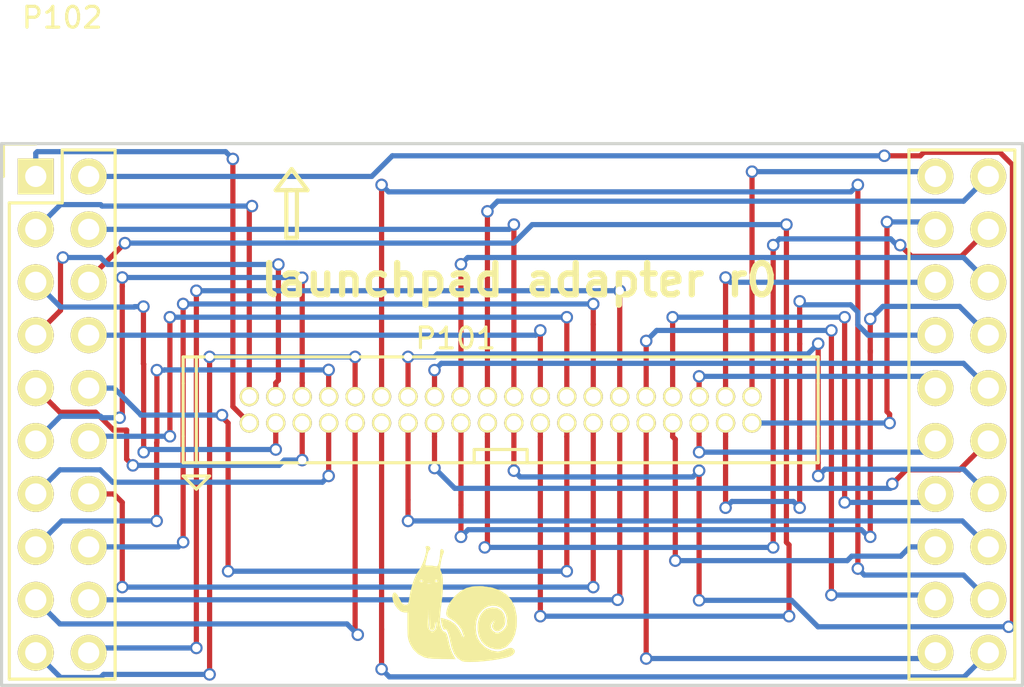
<source format=kicad_pcb>
(kicad_pcb (version 4) (host pcbnew 4.0.2-stable)

  (general
    (links 40)
    (no_connects 0)
    (area 123.846099 84.8586 173.109002 118.245002)
    (thickness 1.6)
    (drawings 13)
    (tracks 392)
    (zones 0)
    (modules 3)
    (nets 41)
  )

  (page A4)
  (layers
    (0 F.Cu signal)
    (31 B.Cu signal)
    (32 B.Adhes user)
    (33 F.Adhes user)
    (34 B.Paste user)
    (35 F.Paste user)
    (36 B.SilkS user)
    (37 F.SilkS user)
    (38 B.Mask user)
    (39 F.Mask user)
    (40 Dwgs.User user)
    (41 Cmts.User user)
    (42 Eco1.User user)
    (43 Eco2.User user)
    (44 Edge.Cuts user)
    (45 Margin user)
    (46 B.CrtYd user)
    (47 F.CrtYd user)
    (48 B.Fab user)
    (49 F.Fab user)
  )

  (setup
    (last_trace_width 0.25)
    (trace_clearance 0.17)
    (zone_clearance 0.508)
    (zone_45_only no)
    (trace_min 0.2)
    (segment_width 0.2)
    (edge_width 0.15)
    (via_size 0.6)
    (via_drill 0.4)
    (via_min_size 0.4)
    (via_min_drill 0.3)
    (uvia_size 0.3)
    (uvia_drill 0.1)
    (uvias_allowed no)
    (uvia_min_size 0.2)
    (uvia_min_drill 0.1)
    (pcb_text_width 0.3)
    (pcb_text_size 1.5 1.5)
    (mod_edge_width 0.15)
    (mod_text_size 1 1)
    (mod_text_width 0)
    (pad_size 1.524 1.524)
    (pad_drill 0.762)
    (pad_to_mask_clearance 0.2)
    (aux_axis_origin 0 0)
    (visible_elements FFFFFF7F)
    (pcbplotparams
      (layerselection 0x010f0_80000001)
      (usegerberextensions true)
      (excludeedgelayer true)
      (linewidth 0.100000)
      (plotframeref false)
      (viasonmask false)
      (mode 1)
      (useauxorigin false)
      (hpglpennumber 1)
      (hpglpenspeed 20)
      (hpglpendiameter 15)
      (hpglpenoverlay 2)
      (psnegative false)
      (psa4output false)
      (plotreference true)
      (plotvalue true)
      (plotinvisibletext false)
      (padsonsilk false)
      (subtractmaskfromsilk false)
      (outputformat 1)
      (mirror false)
      (drillshape 0)
      (scaleselection 1)
      (outputdirectory gerbs/))
  )

  (net 0 "")
  (net 1 "Net-(P101-Pad1)")
  (net 2 "Net-(P101-Pad2)")
  (net 3 "Net-(P101-Pad3)")
  (net 4 "Net-(P101-Pad4)")
  (net 5 "Net-(P101-Pad5)")
  (net 6 "Net-(P101-Pad6)")
  (net 7 "Net-(P101-Pad7)")
  (net 8 "Net-(P101-Pad8)")
  (net 9 "Net-(P101-Pad9)")
  (net 10 "Net-(P101-Pad10)")
  (net 11 "Net-(P101-Pad11)")
  (net 12 "Net-(P101-Pad12)")
  (net 13 "Net-(P101-Pad13)")
  (net 14 "Net-(P101-Pad14)")
  (net 15 "Net-(P101-Pad15)")
  (net 16 "Net-(P101-Pad16)")
  (net 17 "Net-(P101-Pad17)")
  (net 18 "Net-(P101-Pad18)")
  (net 19 "Net-(P101-Pad19)")
  (net 20 "Net-(P101-Pad20)")
  (net 21 "Net-(P101-Pad21)")
  (net 22 "Net-(P101-Pad22)")
  (net 23 "Net-(P101-Pad23)")
  (net 24 "Net-(P101-Pad24)")
  (net 25 "Net-(P101-Pad25)")
  (net 26 "Net-(P101-Pad26)")
  (net 27 "Net-(P101-Pad27)")
  (net 28 "Net-(P101-Pad28)")
  (net 29 "Net-(P101-Pad29)")
  (net 30 "Net-(P101-Pad30)")
  (net 31 "Net-(P101-Pad31)")
  (net 32 "Net-(P101-Pad32)")
  (net 33 "Net-(P101-Pad33)")
  (net 34 "Net-(P101-Pad34)")
  (net 35 "Net-(P101-Pad35)")
  (net 36 "Net-(P101-Pad36)")
  (net 37 "Net-(P101-Pad37)")
  (net 38 "Net-(P101-Pad38)")
  (net 39 "Net-(P101-Pad39)")
  (net 40 "Net-(P101-Pad40)")

  (net_class Default "This is the default net class."
    (clearance 0.17)
    (trace_width 0.25)
    (via_dia 0.6)
    (via_drill 0.4)
    (uvia_dia 0.3)
    (uvia_drill 0.1)
    (add_net "Net-(P101-Pad1)")
    (add_net "Net-(P101-Pad10)")
    (add_net "Net-(P101-Pad11)")
    (add_net "Net-(P101-Pad12)")
    (add_net "Net-(P101-Pad13)")
    (add_net "Net-(P101-Pad14)")
    (add_net "Net-(P101-Pad15)")
    (add_net "Net-(P101-Pad16)")
    (add_net "Net-(P101-Pad17)")
    (add_net "Net-(P101-Pad18)")
    (add_net "Net-(P101-Pad19)")
    (add_net "Net-(P101-Pad2)")
    (add_net "Net-(P101-Pad20)")
    (add_net "Net-(P101-Pad21)")
    (add_net "Net-(P101-Pad22)")
    (add_net "Net-(P101-Pad23)")
    (add_net "Net-(P101-Pad24)")
    (add_net "Net-(P101-Pad25)")
    (add_net "Net-(P101-Pad26)")
    (add_net "Net-(P101-Pad27)")
    (add_net "Net-(P101-Pad28)")
    (add_net "Net-(P101-Pad29)")
    (add_net "Net-(P101-Pad3)")
    (add_net "Net-(P101-Pad30)")
    (add_net "Net-(P101-Pad31)")
    (add_net "Net-(P101-Pad32)")
    (add_net "Net-(P101-Pad33)")
    (add_net "Net-(P101-Pad34)")
    (add_net "Net-(P101-Pad35)")
    (add_net "Net-(P101-Pad36)")
    (add_net "Net-(P101-Pad37)")
    (add_net "Net-(P101-Pad38)")
    (add_net "Net-(P101-Pad39)")
    (add_net "Net-(P101-Pad4)")
    (add_net "Net-(P101-Pad40)")
    (add_net "Net-(P101-Pad5)")
    (add_net "Net-(P101-Pad6)")
    (add_net "Net-(P101-Pad7)")
    (add_net "Net-(P101-Pad8)")
    (add_net "Net-(P101-Pad9)")
  )

  (module vna_footprints:3221-40-0100-00_conn40 (layer F.Cu) (tedit 5735914B) (tstamp 573E9C69)
    (at 147.955 104.775)
    (path /573E9CB3)
    (fp_text reference P101 (at -2.159 -3.429) (layer F.SilkS)
      (effects (font (size 1 1) (thickness 0.15)))
    )
    (fp_text value CONN_01X40 (at 1.27 -6.35) (layer F.Fab)
      (effects (font (size 1 1) (thickness 0.15)))
    )
    (fp_line (start -14.605 -2.54) (end -14.605 2.54) (layer F.SilkS) (width 0.15))
    (fp_line (start -14.605 3.81) (end -13.97 3.175) (layer F.SilkS) (width 0.15))
    (fp_line (start -15.24 3.175) (end -14.605 3.81) (layer F.SilkS) (width 0.15))
    (fp_line (start 1.27 1.905) (end 1.27 2.54) (layer F.SilkS) (width 0.15))
    (fp_line (start -1.27 1.905) (end 1.27 1.905) (layer F.SilkS) (width 0.15))
    (fp_line (start -1.27 1.905) (end -1.27 2.54) (layer F.SilkS) (width 0.15))
    (fp_line (start -15.24 3.175) (end -13.97 3.175) (layer F.SilkS) (width 0.15))
    (fp_line (start 15.24 2.54) (end -15.24 2.54) (layer F.SilkS) (width 0.15))
    (fp_line (start 15.24 1.27) (end 15.24 2.54) (layer F.SilkS) (width 0.15))
    (fp_line (start -15.24 1.27) (end -15.24 2.54) (layer F.SilkS) (width 0.15))
    (fp_line (start -15.24 -2.54) (end -15.24 -1.27) (layer F.SilkS) (width 0.15))
    (fp_line (start 15.24 -2.54) (end -15.24 -2.54) (layer F.SilkS) (width 0.15))
    (fp_line (start 15.24 -1.27) (end 15.24 -2.54) (layer F.SilkS) (width 0.15))
    (fp_line (start 15.24 -1.27) (end 15.24 1.27) (layer F.SilkS) (width 0.15))
    (fp_line (start -15.24 -1.27) (end -15.24 1.27) (layer F.SilkS) (width 0.15))
    (pad 1 thru_hole circle (at -12.065 0.635) (size 0.925 0.925) (drill 0.7) (layers *.Cu *.Mask F.SilkS)
      (net 1 "Net-(P101-Pad1)"))
    (pad 2 thru_hole circle (at -12.065 -0.635) (size 0.925 0.925) (drill 0.7) (layers *.Cu *.Mask F.SilkS)
      (net 2 "Net-(P101-Pad2)"))
    (pad 3 thru_hole circle (at -10.795 0.635) (size 0.925 0.925) (drill 0.7) (layers *.Cu *.Mask F.SilkS)
      (net 3 "Net-(P101-Pad3)"))
    (pad 4 thru_hole circle (at -10.795 -0.635) (size 0.925 0.925) (drill 0.7) (layers *.Cu *.Mask F.SilkS)
      (net 4 "Net-(P101-Pad4)"))
    (pad 5 thru_hole circle (at -9.525 0.635) (size 0.925 0.925) (drill 0.7) (layers *.Cu *.Mask F.SilkS)
      (net 5 "Net-(P101-Pad5)"))
    (pad 6 thru_hole circle (at -9.525 -0.635) (size 0.925 0.925) (drill 0.7) (layers *.Cu *.Mask F.SilkS)
      (net 6 "Net-(P101-Pad6)"))
    (pad 7 thru_hole circle (at -8.255 0.635) (size 0.925 0.925) (drill 0.7) (layers *.Cu *.Mask F.SilkS)
      (net 7 "Net-(P101-Pad7)"))
    (pad 8 thru_hole circle (at -8.255 -0.635) (size 0.925 0.925) (drill 0.7) (layers *.Cu *.Mask F.SilkS)
      (net 8 "Net-(P101-Pad8)"))
    (pad 9 thru_hole circle (at -6.985 0.635) (size 0.925 0.925) (drill 0.7) (layers *.Cu *.Mask F.SilkS)
      (net 9 "Net-(P101-Pad9)"))
    (pad 10 thru_hole circle (at -6.985 -0.635) (size 0.925 0.925) (drill 0.7) (layers *.Cu *.Mask F.SilkS)
      (net 10 "Net-(P101-Pad10)"))
    (pad 11 thru_hole circle (at -5.715 0.635) (size 0.925 0.925) (drill 0.7) (layers *.Cu *.Mask F.SilkS)
      (net 11 "Net-(P101-Pad11)"))
    (pad 12 thru_hole circle (at -5.715 -0.635) (size 0.925 0.925) (drill 0.7) (layers *.Cu *.Mask F.SilkS)
      (net 12 "Net-(P101-Pad12)"))
    (pad 13 thru_hole circle (at -4.445 0.635) (size 0.925 0.925) (drill 0.7) (layers *.Cu *.Mask F.SilkS)
      (net 13 "Net-(P101-Pad13)"))
    (pad 14 thru_hole circle (at -4.445 -0.635) (size 0.925 0.925) (drill 0.7) (layers *.Cu *.Mask F.SilkS)
      (net 14 "Net-(P101-Pad14)"))
    (pad 15 thru_hole circle (at -3.175 0.635) (size 0.925 0.925) (drill 0.7) (layers *.Cu *.Mask F.SilkS)
      (net 15 "Net-(P101-Pad15)"))
    (pad 16 thru_hole circle (at -3.175 -0.635) (size 0.925 0.925) (drill 0.7) (layers *.Cu *.Mask F.SilkS)
      (net 16 "Net-(P101-Pad16)"))
    (pad 17 thru_hole circle (at -1.905 0.635) (size 0.925 0.925) (drill 0.7) (layers *.Cu *.Mask F.SilkS)
      (net 17 "Net-(P101-Pad17)"))
    (pad 18 thru_hole circle (at -1.905 -0.635) (size 0.925 0.925) (drill 0.7) (layers *.Cu *.Mask F.SilkS)
      (net 18 "Net-(P101-Pad18)"))
    (pad 19 thru_hole circle (at -0.635 0.635) (size 0.925 0.925) (drill 0.7) (layers *.Cu *.Mask F.SilkS)
      (net 19 "Net-(P101-Pad19)"))
    (pad 20 thru_hole circle (at -0.635 -0.635) (size 0.925 0.925) (drill 0.7) (layers *.Cu *.Mask F.SilkS)
      (net 20 "Net-(P101-Pad20)"))
    (pad 21 thru_hole circle (at 0.635 0.635) (size 0.925 0.925) (drill 0.7) (layers *.Cu *.Mask F.SilkS)
      (net 21 "Net-(P101-Pad21)"))
    (pad 22 thru_hole circle (at 0.635 -0.635) (size 0.925 0.925) (drill 0.7) (layers *.Cu *.Mask F.SilkS)
      (net 22 "Net-(P101-Pad22)"))
    (pad 23 thru_hole circle (at 1.905 0.635) (size 0.925 0.925) (drill 0.7) (layers *.Cu *.Mask F.SilkS)
      (net 23 "Net-(P101-Pad23)"))
    (pad 24 thru_hole circle (at 1.905 -0.635) (size 0.925 0.925) (drill 0.7) (layers *.Cu *.Mask F.SilkS)
      (net 24 "Net-(P101-Pad24)"))
    (pad 25 thru_hole circle (at 3.175 0.635) (size 0.925 0.925) (drill 0.7) (layers *.Cu *.Mask F.SilkS)
      (net 25 "Net-(P101-Pad25)"))
    (pad 26 thru_hole circle (at 3.175 -0.635) (size 0.925 0.925) (drill 0.7) (layers *.Cu *.Mask F.SilkS)
      (net 26 "Net-(P101-Pad26)"))
    (pad 27 thru_hole circle (at 4.445 0.635) (size 0.925 0.925) (drill 0.7) (layers *.Cu *.Mask F.SilkS)
      (net 27 "Net-(P101-Pad27)"))
    (pad 28 thru_hole circle (at 4.445 -0.635) (size 0.925 0.925) (drill 0.7) (layers *.Cu *.Mask F.SilkS)
      (net 28 "Net-(P101-Pad28)"))
    (pad 29 thru_hole circle (at 5.715 0.635) (size 0.925 0.925) (drill 0.7) (layers *.Cu *.Mask F.SilkS)
      (net 29 "Net-(P101-Pad29)"))
    (pad 30 thru_hole circle (at 5.715 -0.635) (size 0.925 0.925) (drill 0.7) (layers *.Cu *.Mask F.SilkS)
      (net 30 "Net-(P101-Pad30)"))
    (pad 31 thru_hole circle (at 6.985 0.635) (size 0.925 0.925) (drill 0.7) (layers *.Cu *.Mask F.SilkS)
      (net 31 "Net-(P101-Pad31)"))
    (pad 32 thru_hole circle (at 6.985 -0.635) (size 0.925 0.925) (drill 0.7) (layers *.Cu *.Mask F.SilkS)
      (net 32 "Net-(P101-Pad32)"))
    (pad 33 thru_hole circle (at 8.255 0.635) (size 0.925 0.925) (drill 0.7) (layers *.Cu *.Mask F.SilkS)
      (net 33 "Net-(P101-Pad33)"))
    (pad 34 thru_hole circle (at 8.255 -0.635) (size 0.925 0.925) (drill 0.7) (layers *.Cu *.Mask F.SilkS)
      (net 34 "Net-(P101-Pad34)"))
    (pad 35 thru_hole circle (at 9.525 0.635) (size 0.925 0.925) (drill 0.7) (layers *.Cu *.Mask F.SilkS)
      (net 35 "Net-(P101-Pad35)"))
    (pad 36 thru_hole circle (at 9.525 -0.635) (size 0.925 0.925) (drill 0.7) (layers *.Cu *.Mask F.SilkS)
      (net 36 "Net-(P101-Pad36)"))
    (pad 37 thru_hole circle (at 10.795 0.635) (size 0.925 0.925) (drill 0.7) (layers *.Cu *.Mask F.SilkS)
      (net 37 "Net-(P101-Pad37)"))
    (pad 38 thru_hole circle (at 10.795 -0.635) (size 0.925 0.925) (drill 0.7) (layers *.Cu *.Mask F.SilkS)
      (net 38 "Net-(P101-Pad38)"))
    (pad 39 thru_hole circle (at 12.065 0.635) (size 0.925 0.925) (drill 0.7) (layers *.Cu *.Mask F.SilkS)
      (net 39 "Net-(P101-Pad39)"))
    (pad 40 thru_hole circle (at 12.065 -0.635) (size 0.925 0.925) (drill 0.7) (layers *.Cu *.Mask F.SilkS)
      (net 40 "Net-(P101-Pad40)"))
  )

  (module vna_footprints:ti_booster40 (layer F.Cu) (tedit 56DDF5D0) (tstamp 573E9C95)
    (at 148.5011 105.0036)
    (descr "Through hole pin header")
    (tags "pin header")
    (path /573E9C7A)
    (fp_text reference P102 (at -21.59 -19.05) (layer F.SilkS)
      (effects (font (size 1 1) (thickness 0.15)))
    )
    (fp_text value CONN_01X40 (at -19.05 -16.51) (layer F.Fab)
      (effects (font (size 1 1) (thickness 0.15)))
    )
    (fp_line (start 24.13 -12.7) (end 24.13 12.7) (layer F.SilkS) (width 0.15))
    (fp_line (start 19.05 -12.7) (end 24.13 -12.7) (layer F.SilkS) (width 0.15))
    (fp_line (start 19.05 12.7) (end 19.05 -12.7) (layer F.SilkS) (width 0.15))
    (fp_line (start -24.13 12.7) (end -24.13 -10.16) (layer F.SilkS) (width 0.15))
    (fp_line (start -19.05 12.7) (end -24.13 12.7) (layer F.SilkS) (width 0.15))
    (fp_line (start -19.05 -12.7) (end -19.05 12.7) (layer F.SilkS) (width 0.15))
    (fp_line (start 24.13 12.7) (end 19.05 12.7) (layer F.SilkS) (width 0.15))
    (fp_line (start -19.05 -12.7) (end -21.59 -12.7) (layer F.SilkS) (width 0.15))
    (fp_line (start -22.86 -12.98) (end -24.41 -12.98) (layer F.SilkS) (width 0.15))
    (fp_line (start -21.59 -12.7) (end -21.59 -10.16) (layer F.SilkS) (width 0.15))
    (fp_line (start -21.59 -10.16) (end -24.13 -10.16) (layer F.SilkS) (width 0.15))
    (fp_line (start -24.41 -12.98) (end -24.41 -11.43) (layer F.SilkS) (width 0.15))
    (pad 1 thru_hole rect (at -22.86 -11.43) (size 1.7272 1.7272) (drill 1.016) (layers *.Cu *.Mask F.SilkS)
      (net 1 "Net-(P101-Pad1)"))
    (pad 21 thru_hole oval (at -20.32 -11.43) (size 1.7272 1.7272) (drill 1.016) (layers *.Cu *.Mask F.SilkS)
      (net 21 "Net-(P101-Pad21)"))
    (pad 2 thru_hole oval (at -22.86 -8.89) (size 1.7272 1.7272) (drill 1.016) (layers *.Cu *.Mask F.SilkS)
      (net 2 "Net-(P101-Pad2)"))
    (pad 22 thru_hole oval (at -20.32 -8.89) (size 1.7272 1.7272) (drill 1.016) (layers *.Cu *.Mask F.SilkS)
      (net 22 "Net-(P101-Pad22)"))
    (pad 3 thru_hole oval (at -22.86 -6.35) (size 1.7272 1.7272) (drill 1.016) (layers *.Cu *.Mask F.SilkS)
      (net 3 "Net-(P101-Pad3)"))
    (pad 23 thru_hole oval (at -20.32 -6.35) (size 1.7272 1.7272) (drill 1.016) (layers *.Cu *.Mask F.SilkS)
      (net 23 "Net-(P101-Pad23)"))
    (pad 4 thru_hole oval (at -22.86 -3.81) (size 1.7272 1.7272) (drill 1.016) (layers *.Cu *.Mask F.SilkS)
      (net 4 "Net-(P101-Pad4)"))
    (pad 24 thru_hole oval (at -20.32 -3.81) (size 1.7272 1.7272) (drill 1.016) (layers *.Cu *.Mask F.SilkS)
      (net 24 "Net-(P101-Pad24)"))
    (pad 5 thru_hole oval (at -22.86 -1.27) (size 1.7272 1.7272) (drill 1.016) (layers *.Cu *.Mask F.SilkS)
      (net 5 "Net-(P101-Pad5)"))
    (pad 25 thru_hole oval (at -20.32 -1.27) (size 1.7272 1.7272) (drill 1.016) (layers *.Cu *.Mask F.SilkS)
      (net 25 "Net-(P101-Pad25)"))
    (pad 6 thru_hole oval (at -22.86 1.27) (size 1.7272 1.7272) (drill 1.016) (layers *.Cu *.Mask F.SilkS)
      (net 6 "Net-(P101-Pad6)"))
    (pad 26 thru_hole oval (at -20.32 1.27) (size 1.7272 1.7272) (drill 1.016) (layers *.Cu *.Mask F.SilkS)
      (net 26 "Net-(P101-Pad26)"))
    (pad 7 thru_hole oval (at -22.86 3.81) (size 1.7272 1.7272) (drill 1.016) (layers *.Cu *.Mask F.SilkS)
      (net 7 "Net-(P101-Pad7)"))
    (pad 27 thru_hole oval (at -20.32 3.81) (size 1.7272 1.7272) (drill 1.016) (layers *.Cu *.Mask F.SilkS)
      (net 27 "Net-(P101-Pad27)"))
    (pad 8 thru_hole oval (at -22.86 6.35) (size 1.7272 1.7272) (drill 1.016) (layers *.Cu *.Mask F.SilkS)
      (net 8 "Net-(P101-Pad8)"))
    (pad 28 thru_hole oval (at -20.32 6.35) (size 1.7272 1.7272) (drill 1.016) (layers *.Cu *.Mask F.SilkS)
      (net 28 "Net-(P101-Pad28)"))
    (pad 9 thru_hole oval (at -22.86 8.89) (size 1.7272 1.7272) (drill 1.016) (layers *.Cu *.Mask F.SilkS)
      (net 9 "Net-(P101-Pad9)"))
    (pad 29 thru_hole oval (at -20.32 8.89) (size 1.7272 1.7272) (drill 1.016) (layers *.Cu *.Mask F.SilkS)
      (net 29 "Net-(P101-Pad29)"))
    (pad 10 thru_hole oval (at -22.86 11.43) (size 1.7272 1.7272) (drill 1.016) (layers *.Cu *.Mask F.SilkS)
      (net 10 "Net-(P101-Pad10)"))
    (pad 30 thru_hole oval (at -20.32 11.43) (size 1.7272 1.7272) (drill 1.016) (layers *.Cu *.Mask F.SilkS)
      (net 30 "Net-(P101-Pad30)"))
    (pad 40 thru_hole oval (at 20.32 -11.43) (size 1.7272 1.7272) (drill 1.016) (layers *.Cu *.Mask F.SilkS)
      (net 40 "Net-(P101-Pad40)"))
    (pad 20 thru_hole oval (at 22.86 -11.43) (size 1.7272 1.7272) (drill 1.016) (layers *.Cu *.Mask F.SilkS)
      (net 20 "Net-(P101-Pad20)"))
    (pad 39 thru_hole oval (at 20.32 -8.89) (size 1.7272 1.7272) (drill 1.016) (layers *.Cu *.Mask F.SilkS)
      (net 39 "Net-(P101-Pad39)"))
    (pad 19 thru_hole oval (at 22.86 -8.89) (size 1.7272 1.7272) (drill 1.016) (layers *.Cu *.Mask F.SilkS)
      (net 19 "Net-(P101-Pad19)"))
    (pad 38 thru_hole oval (at 20.32 -6.35) (size 1.7272 1.7272) (drill 1.016) (layers *.Cu *.Mask F.SilkS)
      (net 38 "Net-(P101-Pad38)"))
    (pad 18 thru_hole oval (at 22.86 -6.35) (size 1.7272 1.7272) (drill 1.016) (layers *.Cu *.Mask F.SilkS)
      (net 18 "Net-(P101-Pad18)"))
    (pad 37 thru_hole oval (at 20.32 -3.81) (size 1.7272 1.7272) (drill 1.016) (layers *.Cu *.Mask F.SilkS)
      (net 37 "Net-(P101-Pad37)"))
    (pad 17 thru_hole oval (at 22.86 -3.81) (size 1.7272 1.7272) (drill 1.016) (layers *.Cu *.Mask F.SilkS)
      (net 17 "Net-(P101-Pad17)"))
    (pad 36 thru_hole oval (at 20.32 -1.27) (size 1.7272 1.7272) (drill 1.016) (layers *.Cu *.Mask F.SilkS)
      (net 36 "Net-(P101-Pad36)"))
    (pad 16 thru_hole oval (at 22.86 -1.27) (size 1.7272 1.7272) (drill 1.016) (layers *.Cu *.Mask F.SilkS)
      (net 16 "Net-(P101-Pad16)"))
    (pad 35 thru_hole oval (at 20.32 1.27) (size 1.7272 1.7272) (drill 1.016) (layers *.Cu *.Mask F.SilkS)
      (net 35 "Net-(P101-Pad35)"))
    (pad 15 thru_hole oval (at 22.86 1.27) (size 1.7272 1.7272) (drill 1.016) (layers *.Cu *.Mask F.SilkS)
      (net 15 "Net-(P101-Pad15)"))
    (pad 34 thru_hole oval (at 20.32 3.81) (size 1.7272 1.7272) (drill 1.016) (layers *.Cu *.Mask F.SilkS)
      (net 34 "Net-(P101-Pad34)"))
    (pad 14 thru_hole oval (at 22.86 3.81) (size 1.7272 1.7272) (drill 1.016) (layers *.Cu *.Mask F.SilkS)
      (net 14 "Net-(P101-Pad14)"))
    (pad 33 thru_hole oval (at 20.32 6.35) (size 1.7272 1.7272) (drill 1.016) (layers *.Cu *.Mask F.SilkS)
      (net 33 "Net-(P101-Pad33)"))
    (pad 13 thru_hole oval (at 22.86 6.35) (size 1.7272 1.7272) (drill 1.016) (layers *.Cu *.Mask F.SilkS)
      (net 13 "Net-(P101-Pad13)"))
    (pad 32 thru_hole oval (at 20.32 8.89) (size 1.7272 1.7272) (drill 1.016) (layers *.Cu *.Mask F.SilkS)
      (net 32 "Net-(P101-Pad32)"))
    (pad 12 thru_hole oval (at 22.86 8.89) (size 1.7272 1.7272) (drill 1.016) (layers *.Cu *.Mask F.SilkS)
      (net 12 "Net-(P101-Pad12)"))
    (pad 31 thru_hole oval (at 20.32 11.43) (size 1.7272 1.7272) (drill 1.016) (layers *.Cu *.Mask F.SilkS)
      (net 31 "Net-(P101-Pad31)"))
    (pad 11 thru_hole oval (at 22.86 11.43) (size 1.7272 1.7272) (drill 1.016) (layers *.Cu *.Mask F.SilkS)
      (net 11 "Net-(P101-Pad11)"))
    (model Pin_Headers.3dshapes/Pin_Header_Straight_2x20.wrl
      (at (xyz 0.05 -0.95 0))
      (scale (xyz 1 1 1))
      (rotate (xyz 0 0 90))
    )
  )

  (module vna_footprints:snail (layer F.Cu) (tedit 0) (tstamp 573EA800)
    (at 145.796 114.046)
    (path /573EA76B)
    (fp_text reference U101 (at 0 0) (layer F.SilkS) hide
      (effects (font (thickness 0.3)))
    )
    (fp_text value snail (at 0.75 0) (layer F.SilkS) hide
      (effects (font (thickness 0.3)))
    )
    (fp_poly (pts (xy 1.287174 -0.800626) (xy 1.745036 -0.735936) (xy 2.130996 -0.600911) (xy 2.443642 -0.396852)
      (xy 2.681561 -0.125061) (xy 2.84334 0.213159) (xy 2.927566 0.616506) (xy 2.935858 0.718996)
      (xy 2.925934 1.144036) (xy 2.844936 1.514145) (xy 2.695967 1.821512) (xy 2.48213 2.058328)
      (xy 2.373363 2.135091) (xy 2.150976 2.215302) (xy 1.898618 2.219093) (xy 1.644021 2.15367)
      (xy 1.414918 2.026237) (xy 1.239039 1.843999) (xy 1.236121 1.839643) (xy 1.114601 1.587048)
      (xy 1.056012 1.307601) (xy 1.056802 1.022503) (xy 1.113418 0.752956) (xy 1.222308 0.520161)
      (xy 1.379918 0.345319) (xy 1.49808 0.276343) (xy 1.758387 0.212009) (xy 1.990952 0.238217)
      (xy 2.181894 0.345902) (xy 2.317332 0.525998) (xy 2.383383 0.769442) (xy 2.387599 0.857179)
      (xy 2.355966 1.047713) (xy 2.273156 1.203362) (xy 2.157305 1.312021) (xy 2.026552 1.361588)
      (xy 1.899032 1.339959) (xy 1.801264 1.24847) (xy 1.75193 1.156321) (xy 1.75299 1.074073)
      (xy 1.802606 0.95637) (xy 1.884625 0.7874) (xy 1.780512 0.907327) (xy 1.689965 1.059652)
      (xy 1.697811 1.205587) (xy 1.768369 1.321522) (xy 1.902731 1.419692) (xy 2.061969 1.424949)
      (xy 2.232591 1.338453) (xy 2.304073 1.275373) (xy 2.400412 1.165008) (xy 2.447999 1.056646)
      (xy 2.463142 0.905933) (xy 2.4638 0.840948) (xy 2.423936 0.576329) (xy 2.315293 0.369822)
      (xy 2.154286 0.224191) (xy 1.957335 0.142195) (xy 1.740858 0.126599) (xy 1.521272 0.180163)
      (xy 1.314996 0.305649) (xy 1.138449 0.505819) (xy 1.0795 0.608074) (xy 0.994352 0.866156)
      (xy 0.963982 1.1671) (xy 0.989161 1.467709) (xy 1.059941 1.702235) (xy 1.225203 1.95375)
      (xy 1.457507 2.154482) (xy 1.7314 2.28766) (xy 2.02143 2.336513) (xy 2.022582 2.336516)
      (xy 2.136817 2.316894) (xy 2.296377 2.266607) (xy 2.386253 2.230935) (xy 2.54758 2.170006)
      (xy 2.655063 2.155882) (xy 2.741654 2.183572) (xy 2.828587 2.271) (xy 2.827201 2.377899)
      (xy 2.742926 2.48457) (xy 2.6416 2.546663) (xy 2.465615 2.608622) (xy 2.220475 2.667102)
      (xy 1.926984 2.719918) (xy 1.605944 2.764889) (xy 1.278157 2.799831) (xy 0.964428 2.822561)
      (xy 0.685558 2.830895) (xy 0.462351 2.822651) (xy 0.315609 2.795646) (xy 0.305844 2.791788)
      (xy 0.094955 2.656436) (xy -0.068238 2.447484) (xy -0.18864 2.156928) (xy -0.254435 1.877202)
      (xy -0.307587 1.628567) (xy -0.36545 1.432042) (xy -0.422724 1.30059) (xy -0.474106 1.247171)
      (xy -0.504907 1.264994) (xy -0.554098 1.28947) (xy -0.606982 1.225568) (xy -0.656664 1.085959)
      (xy -0.690031 0.924793) (xy -0.722897 0.719261) (xy -0.551949 0.757971) (xy -0.264624 0.855367)
      (xy -0.035565 1.011767) (xy 0.153012 1.242499) (xy 0.27874 1.473894) (xy 0.348704 1.6186)
      (xy 0.384302 1.677184) (xy 0.392412 1.656381) (xy 0.381807 1.5748) (xy 0.290718 1.299661)
      (xy 0.118784 1.046738) (xy -0.113403 0.843946) (xy -0.192067 0.796875) (xy -0.345898 0.703842)
      (xy -0.430899 0.613301) (xy -0.454463 0.499679) (xy -0.423981 0.3374) (xy -0.372065 0.174149)
      (xy -0.252901 -0.062852) (xy -0.048868 -0.312239) (xy -0.003765 -0.358172) (xy 0.249896 -0.574043)
      (xy 0.5128 -0.71504) (xy 0.809377 -0.789534) (xy 1.164059 -0.8059) (xy 1.287174 -0.800626)) (layer F.SilkS) (width 0.01))
    (fp_poly (pts (xy -1.292968 -2.723896) (xy -1.236747 -2.669381) (xy -1.219653 -2.593493) (xy -1.248618 -2.543137)
      (xy -1.265791 -2.54) (xy -1.30139 -2.494809) (xy -1.343226 -2.37861) (xy -1.369389 -2.274183)
      (xy -1.407561 -2.099727) (xy -1.441419 -1.950858) (xy -1.454481 -1.896468) (xy -1.46174 -1.821122)
      (xy -1.414212 -1.793223) (xy -1.312783 -1.793281) (xy -1.146445 -1.787735) (xy -1.005379 -1.76415)
      (xy -0.917795 -1.748805) (xy -0.865668 -1.779779) (xy -0.824488 -1.87897) (xy -0.80559 -1.942654)
      (xy -0.764995 -2.139017) (xy -0.745269 -2.343262) (xy -0.744883 -2.374901) (xy -0.732991 -2.525798)
      (xy -0.692593 -2.587974) (xy -0.676377 -2.5908) (xy -0.599139 -2.550138) (xy -0.569075 -2.459728)
      (xy -0.597224 -2.374254) (xy -0.631508 -2.294343) (xy -0.672469 -2.146879) (xy -0.709071 -1.974802)
      (xy -0.740057 -1.781863) (xy -0.744966 -1.652662) (xy -0.722477 -1.552397) (xy -0.690364 -1.482025)
      (xy -0.640811 -1.315619) (xy -0.61566 -1.064407) (xy -0.614952 -0.742219) (xy -0.638729 -0.362884)
      (xy -0.6858 0.0508) (xy -0.717257 0.303275) (xy -0.742263 0.546706) (xy -0.75743 0.745785)
      (xy -0.760391 0.828022) (xy -0.745164 0.996364) (xy -0.704353 1.162359) (xy -0.648417 1.296065)
      (xy -0.587819 1.367543) (xy -0.570196 1.372377) (xy -0.491895 1.400886) (xy -0.428744 1.49205)
      (xy -0.373742 1.659922) (xy -0.332797 1.848952) (xy -0.278567 2.075416) (xy -0.207847 2.29528)
      (xy -0.135485 2.462691) (xy -0.132038 2.468956) (xy -0.007153 2.6924) (xy -0.651277 2.68882)
      (xy -1.023376 2.678955) (xy -1.303241 2.654238) (xy -1.486791 2.61504) (xy -1.493991 2.612478)
      (xy -1.801866 2.451985) (xy -2.038848 2.219714) (xy -2.177838 1.986633) (xy -2.235163 1.855487)
      (xy -2.273343 1.735509) (xy -2.296199 1.60075) (xy -2.307552 1.425261) (xy -2.311223 1.183092)
      (xy -2.3114 1.079534) (xy -2.3114 0.727239) (xy -1.310577 0.727239) (xy -1.309443 0.941553)
      (xy -1.297573 1.125519) (xy -1.277298 1.24909) (xy -1.268213 1.273339) (xy -1.179297 1.358913)
      (xy -1.072971 1.360228) (xy -0.982935 1.280834) (xy -0.963943 1.241292) (xy -0.926476 1.086112)
      (xy -0.918411 0.974592) (xy -0.926127 0.890676) (xy -0.942214 0.902197) (xy -0.967632 1.011279)
      (xy -0.988742 1.1303) (xy -1.025558 1.263293) (xy -1.085705 1.316788) (xy -1.118935 1.3208)
      (xy -1.179578 1.30674) (xy -1.222368 1.254246) (xy -1.251353 1.147845) (xy -1.270582 0.972068)
      (xy -1.284102 0.71144) (xy -1.285083 0.6858) (xy -1.300354 0.2794) (xy -1.310577 0.727239)
      (xy -2.3114 0.727239) (xy -2.3114 0.457268) (xy -2.458966 0.457234) (xy -2.619118 0.410906)
      (xy -2.773597 0.288881) (xy -2.905936 0.116486) (xy -2.999669 -0.080952) (xy -3.03833 -0.278104)
      (xy -3.021896 -0.408621) (xy -2.966864 -0.496411) (xy -2.891161 -0.488031) (xy -2.798741 -0.385885)
      (xy -2.704603 -0.2159) (xy -2.615781 -0.046958) (xy -2.540205 0.046931) (xy -2.45888 0.08706)
      (xy -2.430061 0.091853) (xy -2.351872 0.093739) (xy -2.299639 0.065111) (xy -2.263593 -0.012698)
      (xy -2.233963 -0.158352) (xy -2.209139 -0.3302) (xy -2.156548 -0.605842) (xy -2.076385 -0.893899)
      (xy -2.062207 -0.933434) (xy -1.37865 -0.933434) (xy -1.311176 -0.924639) (xy -1.2954 -0.924304)
      (xy -1.208643 -0.929795) (xy -1.201005 -0.945698) (xy -1.205534 -0.947722) (xy -1.306381 -0.957771)
      (xy -1.357934 -0.949604) (xy -1.37865 -0.933434) (xy -2.062207 -0.933434) (xy -2.014081 -1.067629)
      (xy -1.701288 -1.067629) (xy -1.690251 -1.023451) (xy -1.653999 -1.016) (xy -1.58433 -1.027781)
      (xy -1.5748 -1.038402) (xy -1.597744 -1.067629) (xy -0.990088 -1.067629) (xy -0.979051 -1.023451)
      (xy -0.942799 -1.016) (xy -0.87313 -1.027781) (xy -0.8636 -1.038402) (xy -0.900825 -1.08582)
      (xy -0.967806 -1.086877) (xy -0.990088 -1.067629) (xy -1.597744 -1.067629) (xy -1.612025 -1.08582)
      (xy -1.679006 -1.086877) (xy -1.701288 -1.067629) (xy -2.014081 -1.067629) (xy -1.978823 -1.165939)
      (xy -1.874038 -1.393527) (xy -1.774077 -1.546108) (xy -1.687737 -1.674743) (xy -1.600753 -1.854129)
      (xy -1.521316 -2.059057) (xy -1.457621 -2.264319) (xy -1.41786 -2.444707) (xy -1.410226 -2.575014)
      (xy -1.425188 -2.619559) (xy -1.444203 -2.690827) (xy -1.390436 -2.733073) (xy -1.292968 -2.723896)) (layer F.SilkS) (width 0.01))
  )

  (gr_text "launchpad adapter r0" (at 148.844 98.552) (layer F.SilkS)
    (effects (font (size 1.5 1.5) (thickness 0.3)))
  )
  (gr_line (start 138.176 96.52) (end 138.176 94.234) (layer F.SilkS) (width 0.2))
  (gr_line (start 137.668 96.52) (end 138.176 96.52) (layer F.SilkS) (width 0.2))
  (gr_line (start 137.668 94.234) (end 137.668 96.52) (layer F.SilkS) (width 0.2))
  (gr_line (start 137.922 94.234) (end 137.668 94.234) (layer F.SilkS) (width 0.2))
  (gr_line (start 137.16 94.234) (end 137.922 94.234) (layer F.SilkS) (width 0.2))
  (gr_line (start 137.16 94.234) (end 137.922 93.218) (layer F.SilkS) (width 0.2))
  (gr_line (start 137.922 94.234) (end 138.684 94.234) (layer F.SilkS) (width 0.2))
  (gr_line (start 138.684 94.234) (end 137.922 93.218) (layer F.SilkS) (width 0.2))
  (gr_line (start 173 118) (end 173 92) (layer Edge.Cuts) (width 0.15))
  (gr_line (start 124 118) (end 173 118) (layer Edge.Cuts) (width 0.15))
  (gr_line (start 124 92) (end 124 118) (layer Edge.Cuts) (width 0.15))
  (gr_line (start 173 92) (end 124 92) (layer Edge.Cuts) (width 0.15))

  (segment (start 135.102499 92.735501) (end 134.751997 92.384999) (width 0.25) (layer B.Cu) (net 1))
  (segment (start 134.751997 92.384999) (end 125.716101 92.384999) (width 0.25) (layer B.Cu) (net 1))
  (segment (start 125.716101 92.384999) (end 125.6411 92.46) (width 0.25) (layer B.Cu) (net 1))
  (segment (start 125.6411 92.46) (end 125.6411 93.5736) (width 0.25) (layer B.Cu) (net 1))
  (via (at 135.102499 92.735501) (size 0.6) (drill 0.4) (layers F.Cu B.Cu) (net 1))
  (segment (start 135.89 105.41) (end 135.102499 104.622499) (width 0.25) (layer F.Cu) (net 1))
  (segment (start 135.102499 104.622499) (end 135.102499 92.735501) (width 0.25) (layer F.Cu) (net 1))
  (segment (start 136.017 94.996) (end 128.82263 94.996) (width 0.25) (layer B.Cu) (net 2))
  (segment (start 128.82263 94.996) (end 128.751629 94.924999) (width 0.25) (layer B.Cu) (net 2))
  (segment (start 128.751629 94.924999) (end 126.829701 94.924999) (width 0.25) (layer B.Cu) (net 2))
  (segment (start 126.829701 94.924999) (end 126.504699 95.250001) (width 0.25) (layer B.Cu) (net 2))
  (segment (start 126.504699 95.250001) (end 125.6411 96.1136) (width 0.25) (layer B.Cu) (net 2))
  (segment (start 135.89 95.123) (end 136.017 94.996) (width 0.25) (layer F.Cu) (net 2))
  (via (at 136.017 94.996) (size 0.6) (drill 0.4) (layers F.Cu B.Cu) (net 2))
  (segment (start 135.89 104.14) (end 135.89 95.123) (width 0.25) (layer F.Cu) (net 2))
  (segment (start 130.81 99.822) (end 130.385736 99.822) (width 0.25) (layer B.Cu) (net 3))
  (segment (start 130.385736 99.822) (end 130.365535 99.842201) (width 0.25) (layer B.Cu) (net 3))
  (segment (start 130.365535 99.842201) (end 126.829701 99.842201) (width 0.25) (layer B.Cu) (net 3))
  (segment (start 126.829701 99.842201) (end 126.504699 99.517199) (width 0.25) (layer B.Cu) (net 3))
  (segment (start 126.504699 99.517199) (end 125.6411 98.6536) (width 0.25) (layer B.Cu) (net 3))
  (segment (start 130.81 102.570008) (end 130.81 99.822) (width 0.25) (layer F.Cu) (net 3))
  (via (at 130.81 99.822) (size 0.6) (drill 0.4) (layers F.Cu B.Cu) (net 3))
  (segment (start 130.81999 106.807) (end 130.81999 102.579998) (width 0.25) (layer F.Cu) (net 3))
  (segment (start 130.81999 102.579998) (end 130.81 102.570008) (width 0.25) (layer F.Cu) (net 3))
  (segment (start 131.064 106.68) (end 130.937 106.807) (width 0.25) (layer B.Cu) (net 3))
  (segment (start 130.937 106.807) (end 130.81999 106.807) (width 0.25) (layer B.Cu) (net 3))
  (via (at 130.81999 106.807) (size 0.6) (drill 0.4) (layers F.Cu B.Cu) (net 3))
  (segment (start 137.16 106.68) (end 131.064 106.68) (width 0.25) (layer B.Cu) (net 3))
  (via (at 137.16 106.68) (size 0.6) (drill 0.4) (layers F.Cu B.Cu) (net 3))
  (segment (start 137.16 106.426) (end 137.16 106.68) (width 0.25) (layer F.Cu) (net 3))
  (segment (start 137.16 105.41) (end 137.16 106.426) (width 0.25) (layer F.Cu) (net 3))
  (segment (start 126.944001 97.464999) (end 126.829701 97.579299) (width 0.25) (layer F.Cu) (net 4))
  (segment (start 126.829701 97.579299) (end 126.829701 100.004999) (width 0.25) (layer F.Cu) (net 4))
  (segment (start 126.829701 100.004999) (end 126.504699 100.330001) (width 0.25) (layer F.Cu) (net 4))
  (segment (start 126.504699 100.330001) (end 125.6411 101.1936) (width 0.25) (layer F.Cu) (net 4))
  (via (at 126.944001 97.464999) (size 0.6) (drill 0.4) (layers F.Cu B.Cu) (net 4))
  (segment (start 137.287 97.79999) (end 129.08662 97.79999) (width 0.25) (layer B.Cu) (net 4))
  (segment (start 129.08662 97.79999) (end 128.751629 97.464999) (width 0.25) (layer B.Cu) (net 4))
  (segment (start 128.751629 97.464999) (end 126.944001 97.464999) (width 0.25) (layer B.Cu) (net 4))
  (segment (start 137.287 103.358927) (end 137.287 97.79999) (width 0.25) (layer F.Cu) (net 4))
  (via (at 137.287 97.79999) (size 0.6) (drill 0.4) (layers F.Cu B.Cu) (net 4))
  (segment (start 137.16 104.14) (end 137.16 103.485927) (width 0.25) (layer F.Cu) (net 4))
  (segment (start 137.16 103.485927) (end 137.287 103.358927) (width 0.25) (layer F.Cu) (net 4))
  (segment (start 130.002001 105.746001) (end 129.957601 105.746001) (width 0.25) (layer F.Cu) (net 5))
  (segment (start 129.373231 105.751001) (end 128.514431 104.892201) (width 0.25) (layer F.Cu) (net 5))
  (segment (start 128.514431 104.892201) (end 126.799701 104.892201) (width 0.25) (layer F.Cu) (net 5))
  (segment (start 129.957601 105.746001) (end 129.952601 105.751001) (width 0.25) (layer F.Cu) (net 5))
  (segment (start 129.952601 105.751001) (end 129.373231 105.751001) (width 0.25) (layer F.Cu) (net 5))
  (segment (start 126.799701 104.892201) (end 126.504699 104.597199) (width 0.25) (layer F.Cu) (net 5))
  (segment (start 126.504699 104.597199) (end 125.6411 103.7336) (width 0.25) (layer F.Cu) (net 5))
  (segment (start 130.302 107.442) (end 130.002001 107.142001) (width 0.25) (layer F.Cu) (net 5))
  (segment (start 130.002001 107.142001) (end 130.002001 105.746001) (width 0.25) (layer F.Cu) (net 5))
  (segment (start 137.323002 107.442) (end 130.302 107.442) (width 0.25) (layer B.Cu) (net 5))
  (via (at 130.302 107.442) (size 0.6) (drill 0.4) (layers F.Cu B.Cu) (net 5))
  (segment (start 138.43 107.188) (end 137.577002 107.188) (width 0.25) (layer B.Cu) (net 5))
  (segment (start 137.577002 107.188) (end 137.323002 107.442) (width 0.25) (layer B.Cu) (net 5))
  (segment (start 138.43 105.41) (end 138.43 107.188) (width 0.25) (layer F.Cu) (net 5))
  (via (at 138.43 107.188) (size 0.6) (drill 0.4) (layers F.Cu B.Cu) (net 5))
  (segment (start 129.667 105.156) (end 128.82263 105.156) (width 0.25) (layer B.Cu) (net 6))
  (segment (start 128.751629 105.084999) (end 126.829701 105.084999) (width 0.25) (layer B.Cu) (net 6))
  (segment (start 128.82263 105.156) (end 128.751629 105.084999) (width 0.25) (layer B.Cu) (net 6))
  (segment (start 126.829701 105.084999) (end 126.504699 105.410001) (width 0.25) (layer B.Cu) (net 6))
  (segment (start 126.504699 105.410001) (end 125.6411 106.2736) (width 0.25) (layer B.Cu) (net 6))
  (segment (start 129.794 105.029) (end 129.667 105.156) (width 0.25) (layer F.Cu) (net 6))
  (via (at 129.667 105.156) (size 0.6) (drill 0.4) (layers F.Cu B.Cu) (net 6))
  (segment (start 129.794 98.849264) (end 129.794 105.029) (width 0.25) (layer F.Cu) (net 6))
  (segment (start 129.794 98.425) (end 129.794 98.849264) (width 0.25) (layer F.Cu) (net 6))
  (segment (start 137.995746 98.425) (end 129.794 98.425) (width 0.25) (layer B.Cu) (net 6))
  (via (at 129.794 98.425) (size 0.6) (drill 0.4) (layers F.Cu B.Cu) (net 6))
  (segment (start 138.43 98.43499) (end 138.005736 98.43499) (width 0.25) (layer B.Cu) (net 6))
  (segment (start 138.005736 98.43499) (end 137.995746 98.425) (width 0.25) (layer B.Cu) (net 6))
  (segment (start 138.43 103.485927) (end 138.43 98.43499) (width 0.25) (layer F.Cu) (net 6))
  (via (at 138.43 98.43499) (size 0.6) (drill 0.4) (layers F.Cu B.Cu) (net 6))
  (segment (start 138.43 104.14) (end 138.43 103.485927) (width 0.25) (layer F.Cu) (net 6))
  (segment (start 139.7 107.95) (end 139.400001 108.249999) (width 0.25) (layer B.Cu) (net 7))
  (segment (start 129.332229 108.249999) (end 128.737229 107.654999) (width 0.25) (layer B.Cu) (net 7))
  (segment (start 139.400001 108.249999) (end 129.332229 108.249999) (width 0.25) (layer B.Cu) (net 7))
  (segment (start 128.737229 107.654999) (end 126.799701 107.654999) (width 0.25) (layer B.Cu) (net 7))
  (segment (start 126.799701 107.654999) (end 126.504699 107.950001) (width 0.25) (layer B.Cu) (net 7))
  (segment (start 126.504699 107.950001) (end 125.6411 108.8136) (width 0.25) (layer B.Cu) (net 7))
  (via (at 139.7 107.95) (size 0.6) (drill 0.4) (layers F.Cu B.Cu) (net 7))
  (segment (start 139.7 105.41) (end 139.7 107.95) (width 0.25) (layer F.Cu) (net 7))
  (segment (start 131.445 110.109) (end 126.8857 110.109) (width 0.25) (layer B.Cu) (net 8))
  (segment (start 126.8857 110.109) (end 125.6411 111.3536) (width 0.25) (layer B.Cu) (net 8))
  (segment (start 131.445 106.354982) (end 131.445 110.109) (width 0.25) (layer F.Cu) (net 8))
  (via (at 131.445 110.109) (size 0.6) (drill 0.4) (layers F.Cu B.Cu) (net 8))
  (segment (start 131.45499 102.87) (end 131.45499 106.344992) (width 0.25) (layer F.Cu) (net 8))
  (segment (start 131.45499 106.344992) (end 131.445 106.354982) (width 0.25) (layer F.Cu) (net 8))
  (segment (start 131.80602 102.87) (end 131.45499 102.87) (width 0.25) (layer B.Cu) (net 8))
  (via (at 131.45499 102.87) (size 0.6) (drill 0.4) (layers F.Cu B.Cu) (net 8))
  (segment (start 131.81601 102.86001) (end 131.80602 102.87) (width 0.25) (layer B.Cu) (net 8))
  (segment (start 139.7 102.86001) (end 131.81601 102.86001) (width 0.25) (layer B.Cu) (net 8))
  (segment (start 139.7 104.14) (end 139.7 102.86001) (width 0.25) (layer F.Cu) (net 8))
  (via (at 139.7 102.86001) (size 0.6) (drill 0.4) (layers F.Cu B.Cu) (net 8))
  (segment (start 141.097 115.57) (end 140.579201 115.052201) (width 0.25) (layer B.Cu) (net 9))
  (segment (start 140.579201 115.052201) (end 126.799701 115.052201) (width 0.25) (layer B.Cu) (net 9))
  (segment (start 126.799701 115.052201) (end 126.504699 114.757199) (width 0.25) (layer B.Cu) (net 9))
  (segment (start 126.504699 114.757199) (end 125.6411 113.8936) (width 0.25) (layer B.Cu) (net 9))
  (segment (start 140.97 115.443) (end 141.097 115.57) (width 0.25) (layer F.Cu) (net 9))
  (via (at 141.097 115.57) (size 0.6) (drill 0.4) (layers F.Cu B.Cu) (net 9))
  (segment (start 140.97 105.41) (end 140.97 115.443) (width 0.25) (layer F.Cu) (net 9))
  (segment (start 133.985 117.475) (end 128.89883 117.475) (width 0.25) (layer B.Cu) (net 10))
  (segment (start 128.89883 117.475) (end 128.751629 117.622201) (width 0.25) (layer B.Cu) (net 10))
  (segment (start 128.751629 117.622201) (end 126.829701 117.622201) (width 0.25) (layer B.Cu) (net 10))
  (segment (start 126.829701 117.622201) (end 126.504699 117.297199) (width 0.25) (layer B.Cu) (net 10))
  (segment (start 126.504699 117.297199) (end 125.6411 116.4336) (width 0.25) (layer B.Cu) (net 10))
  (via (at 133.985 117.475) (size 0.6) (drill 0.4) (layers F.Cu B.Cu) (net 10))
  (segment (start 133.985 102.235) (end 133.985 117.475) (width 0.25) (layer F.Cu) (net 10))
  (via (at 133.985 102.235) (size 0.6) (drill 0.4) (layers F.Cu B.Cu) (net 10))
  (segment (start 140.97 102.235) (end 133.985 102.235) (width 0.25) (layer B.Cu) (net 10))
  (via (at 140.97 102.235) (size 0.6) (drill 0.4) (layers F.Cu B.Cu) (net 10))
  (segment (start 140.97 104.14) (end 140.97 102.235) (width 0.25) (layer F.Cu) (net 10))
  (segment (start 142.24 117.221) (end 142.611201 117.592201) (width 0.25) (layer B.Cu) (net 11))
  (segment (start 142.611201 117.592201) (end 170.202499 117.592201) (width 0.25) (layer B.Cu) (net 11))
  (segment (start 170.202499 117.592201) (end 170.497501 117.297199) (width 0.25) (layer B.Cu) (net 11))
  (segment (start 170.497501 117.297199) (end 171.3611 116.4336) (width 0.25) (layer B.Cu) (net 11))
  (segment (start 142.24 115.307602) (end 142.24 117.221) (width 0.25) (layer F.Cu) (net 11))
  (via (at 142.24 117.221) (size 0.6) (drill 0.4) (layers F.Cu B.Cu) (net 11))
  (segment (start 142.24 105.41) (end 142.24 115.307602) (width 0.25) (layer F.Cu) (net 11))
  (segment (start 171.3611 113.8936) (end 170.172499 112.704999) (width 0.25) (layer B.Cu) (net 12))
  (segment (start 170.172499 112.704999) (end 165.409999 112.704999) (width 0.25) (layer B.Cu) (net 12))
  (segment (start 165.409999 112.704999) (end 165.399999 112.694999) (width 0.25) (layer B.Cu) (net 12))
  (segment (start 165.399999 112.694999) (end 165.1 112.395) (width 0.25) (layer B.Cu) (net 12))
  (via (at 165.1 112.395) (size 0.6) (drill 0.4) (layers F.Cu B.Cu) (net 12))
  (segment (start 165.1 93.98) (end 165.1 112.395) (width 0.25) (layer F.Cu) (net 12))
  (segment (start 164.767809 94.312191) (end 165.1 93.98) (width 0.25) (layer B.Cu) (net 12))
  (via (at 165.1 93.98) (size 0.6) (drill 0.4) (layers F.Cu B.Cu) (net 12))
  (segment (start 142.24 93.98) (end 142.572191 94.312191) (width 0.25) (layer B.Cu) (net 12))
  (segment (start 142.572191 94.312191) (end 164.767809 94.312191) (width 0.25) (layer B.Cu) (net 12))
  (via (at 142.24 93.98) (size 0.6) (drill 0.4) (layers F.Cu B.Cu) (net 12))
  (segment (start 142.24 102.235) (end 142.24 93.98) (width 0.25) (layer F.Cu) (net 12))
  (segment (start 142.24 104.14) (end 142.24 102.235) (width 0.25) (layer F.Cu) (net 12))
  (segment (start 143.51 110.109) (end 170.1165 110.109) (width 0.25) (layer B.Cu) (net 13))
  (segment (start 170.1165 110.109) (end 171.3611 111.3536) (width 0.25) (layer B.Cu) (net 13))
  (via (at 143.51 110.109) (size 0.6) (drill 0.4) (layers F.Cu B.Cu) (net 13))
  (segment (start 143.51 109.601) (end 143.51 110.109) (width 0.25) (layer F.Cu) (net 13))
  (segment (start 143.51 109.093) (end 143.51 109.601) (width 0.25) (layer F.Cu) (net 13))
  (segment (start 143.51 105.41) (end 143.51 109.093) (width 0.25) (layer F.Cu) (net 13))
  (segment (start 163.195 107.95) (end 163.520001 107.624999) (width 0.25) (layer B.Cu) (net 14))
  (segment (start 163.520001 107.624999) (end 170.172499 107.624999) (width 0.25) (layer B.Cu) (net 14))
  (segment (start 170.172499 107.624999) (end 170.497501 107.950001) (width 0.25) (layer B.Cu) (net 14))
  (segment (start 170.497501 107.950001) (end 171.3611 108.8136) (width 0.25) (layer B.Cu) (net 14))
  (segment (start 163.195 107.315) (end 163.195 107.95) (width 0.25) (layer F.Cu) (net 14))
  (via (at 163.195 107.95) (size 0.6) (drill 0.4) (layers F.Cu B.Cu) (net 14))
  (segment (start 163.195 101.6) (end 163.195 107.315) (width 0.25) (layer F.Cu) (net 14))
  (segment (start 162.700011 102.094989) (end 163.195 101.6) (width 0.25) (layer B.Cu) (net 14))
  (via (at 163.195 101.6) (size 0.6) (drill 0.4) (layers F.Cu B.Cu) (net 14))
  (segment (start 143.51 102.235) (end 144.77859 102.235) (width 0.25) (layer B.Cu) (net 14))
  (segment (start 144.77859 102.235) (end 144.918601 102.094989) (width 0.25) (layer B.Cu) (net 14))
  (segment (start 144.918601 102.094989) (end 162.700011 102.094989) (width 0.25) (layer B.Cu) (net 14))
  (via (at 143.51 102.235) (size 0.6) (drill 0.4) (layers F.Cu B.Cu) (net 14))
  (segment (start 143.51 104.14) (end 143.51 102.235) (width 0.25) (layer F.Cu) (net 14))
  (segment (start 166.751 108.331) (end 167.427001 107.654999) (width 0.25) (layer F.Cu) (net 15))
  (segment (start 167.427001 107.654999) (end 169.979701 107.654999) (width 0.25) (layer F.Cu) (net 15))
  (segment (start 169.979701 107.654999) (end 170.497501 107.137199) (width 0.25) (layer F.Cu) (net 15))
  (segment (start 170.497501 107.137199) (end 171.3611 106.2736) (width 0.25) (layer F.Cu) (net 15))
  (segment (start 166.663999 108.545001) (end 166.751 108.458) (width 0.25) (layer B.Cu) (net 15))
  (segment (start 166.751 108.458) (end 166.751 108.331) (width 0.25) (layer B.Cu) (net 15))
  (via (at 166.751 108.331) (size 0.6) (drill 0.4) (layers F.Cu B.Cu) (net 15))
  (segment (start 144.78 107.569) (end 145.756001 108.545001) (width 0.25) (layer B.Cu) (net 15))
  (segment (start 145.756001 108.545001) (end 166.663999 108.545001) (width 0.25) (layer B.Cu) (net 15))
  (segment (start 144.78 106.064073) (end 144.78 107.569) (width 0.25) (layer F.Cu) (net 15))
  (via (at 144.78 107.569) (size 0.6) (drill 0.4) (layers F.Cu B.Cu) (net 15))
  (segment (start 144.78 105.41) (end 144.78 106.064073) (width 0.25) (layer F.Cu) (net 15))
  (segment (start 144.78 102.87) (end 145.105001 102.544999) (width 0.25) (layer B.Cu) (net 16))
  (segment (start 170.172499 102.544999) (end 170.497501 102.870001) (width 0.25) (layer B.Cu) (net 16))
  (segment (start 145.105001 102.544999) (end 170.172499 102.544999) (width 0.25) (layer B.Cu) (net 16))
  (segment (start 170.497501 102.870001) (end 171.3611 103.7336) (width 0.25) (layer B.Cu) (net 16))
  (via (at 144.78 102.87) (size 0.6) (drill 0.4) (layers F.Cu B.Cu) (net 16))
  (segment (start 144.78 104.14) (end 144.78 102.87) (width 0.25) (layer F.Cu) (net 16))
  (segment (start 171.3611 101.1936) (end 169.979701 99.812201) (width 0.25) (layer B.Cu) (net 17))
  (segment (start 169.979701 99.812201) (end 166.299819 99.812201) (width 0.25) (layer B.Cu) (net 17))
  (segment (start 166.299819 99.812201) (end 165.995009 100.117011) (width 0.25) (layer B.Cu) (net 17))
  (segment (start 165.995009 100.117011) (end 165.69501 100.41701) (width 0.25) (layer B.Cu) (net 17))
  (via (at 165.69501 100.41701) (size 0.6) (drill 0.4) (layers F.Cu B.Cu) (net 17))
  (segment (start 165.69501 101.949989) (end 165.69501 100.41701) (width 0.25) (layer F.Cu) (net 17))
  (segment (start 165.69501 102.83001) (end 165.69501 101.949989) (width 0.25) (layer F.Cu) (net 17))
  (segment (start 165.69501 102.02099) (end 165.69501 101.949989) (width 0.25) (layer F.Cu) (net 17))
  (segment (start 165.69501 102.83001) (end 165.69501 110.871) (width 0.25) (layer F.Cu) (net 17))
  (segment (start 165.26601 110.52901) (end 165.608 110.871) (width 0.25) (layer B.Cu) (net 17))
  (segment (start 165.608 110.871) (end 165.69501 110.871) (width 0.25) (layer B.Cu) (net 17))
  (via (at 165.69501 110.871) (size 0.6) (drill 0.4) (layers F.Cu B.Cu) (net 17))
  (segment (start 146.05 110.871) (end 146.39199 110.52901) (width 0.25) (layer B.Cu) (net 17))
  (segment (start 146.39199 110.52901) (end 165.26601 110.52901) (width 0.25) (layer B.Cu) (net 17))
  (via (at 146.05 110.871) (size 0.6) (drill 0.4) (layers F.Cu B.Cu) (net 17))
  (segment (start 146.05 110.617) (end 146.05 110.871) (width 0.25) (layer F.Cu) (net 17))
  (via (at 146.05 110.871) (size 0.6) (drill 0.4) (layers F.Cu B.Cu) (net 17))
  (segment (start 146.05 109.347) (end 146.05 110.617) (width 0.25) (layer F.Cu) (net 17))
  (segment (start 146.05 105.41) (end 146.05 109.347) (width 0.25) (layer F.Cu) (net 17))
  (segment (start 146.05 97.79) (end 146.375001 97.464999) (width 0.25) (layer B.Cu) (net 18))
  (segment (start 146.375001 97.464999) (end 170.172499 97.464999) (width 0.25) (layer B.Cu) (net 18))
  (segment (start 170.172499 97.464999) (end 170.497501 97.790001) (width 0.25) (layer B.Cu) (net 18))
  (segment (start 170.497501 97.790001) (end 171.3611 98.6536) (width 0.25) (layer B.Cu) (net 18))
  (via (at 146.05 97.79) (size 0.6) (drill 0.4) (layers F.Cu B.Cu) (net 18))
  (segment (start 146.05 104.14) (end 146.05 97.79) (width 0.25) (layer F.Cu) (net 18))
  (segment (start 167.132 96.869989) (end 167.671011 97.409) (width 0.25) (layer F.Cu) (net 19))
  (segment (start 167.671011 97.409) (end 170.0657 97.409) (width 0.25) (layer F.Cu) (net 19))
  (segment (start 170.497501 96.977199) (end 171.3611 96.1136) (width 0.25) (layer F.Cu) (net 19))
  (segment (start 170.0657 97.409) (end 170.497501 96.977199) (width 0.25) (layer F.Cu) (net 19))
  (segment (start 166.67399 96.56999) (end 166.973989 96.869989) (width 0.25) (layer B.Cu) (net 19))
  (segment (start 166.973989 96.869989) (end 167.132 96.869989) (width 0.25) (layer B.Cu) (net 19))
  (via (at 167.132 96.869989) (size 0.6) (drill 0.4) (layers F.Cu B.Cu) (net 19))
  (segment (start 161.036 96.869989) (end 161.335999 96.56999) (width 0.25) (layer B.Cu) (net 19))
  (segment (start 161.335999 96.56999) (end 166.67399 96.56999) (width 0.25) (layer B.Cu) (net 19))
  (segment (start 161.036 102.878398) (end 161.036 96.869989) (width 0.25) (layer F.Cu) (net 19))
  (via (at 161.036 96.869989) (size 0.6) (drill 0.4) (layers F.Cu B.Cu) (net 19))
  (segment (start 161.036 111.379) (end 161.036 102.878398) (width 0.25) (layer F.Cu) (net 19))
  (segment (start 160.782 111.379) (end 161.036 111.379) (width 0.25) (layer B.Cu) (net 19))
  (via (at 161.036 111.379) (size 0.6) (drill 0.4) (layers F.Cu B.Cu) (net 19))
  (segment (start 147.193 111.379) (end 160.782 111.379) (width 0.25) (layer B.Cu) (net 19))
  (segment (start 147.32 106.064073) (end 147.32 111.252) (width 0.25) (layer F.Cu) (net 19))
  (segment (start 147.32 111.252) (end 147.193 111.379) (width 0.25) (layer F.Cu) (net 19))
  (via (at 147.193 111.379) (size 0.6) (drill 0.4) (layers F.Cu B.Cu) (net 19))
  (segment (start 147.32 105.41) (end 147.32 106.064073) (width 0.25) (layer F.Cu) (net 19))
  (segment (start 147.32 95.25) (end 147.807799 94.762201) (width 0.25) (layer B.Cu) (net 20))
  (segment (start 147.807799 94.762201) (end 170.172499 94.762201) (width 0.25) (layer B.Cu) (net 20))
  (segment (start 170.172499 94.762201) (end 170.497501 94.437199) (width 0.25) (layer B.Cu) (net 20))
  (segment (start 170.497501 94.437199) (end 171.3611 93.5736) (width 0.25) (layer B.Cu) (net 20))
  (via (at 147.32 95.25) (size 0.6) (drill 0.4) (layers F.Cu B.Cu) (net 20))
  (segment (start 147.32 104.14) (end 147.32 95.25) (width 0.25) (layer F.Cu) (net 20))
  (segment (start 148.59 107.696) (end 148.59 105.41) (width 0.25) (layer F.Cu) (net 21))
  (segment (start 148.889999 107.995999) (end 148.59 107.696) (width 0.25) (layer B.Cu) (net 21))
  (via (at 148.59 107.696) (size 0.6) (drill 0.4) (layers F.Cu B.Cu) (net 21))
  (segment (start 157.48 107.696) (end 157.180001 107.995999) (width 0.25) (layer B.Cu) (net 21))
  (segment (start 157.180001 107.995999) (end 148.889999 107.995999) (width 0.25) (layer B.Cu) (net 21))
  (segment (start 157.48 113.919) (end 157.48 107.696) (width 0.25) (layer F.Cu) (net 21))
  (via (at 157.48 107.696) (size 0.6) (drill 0.4) (layers F.Cu B.Cu) (net 21))
  (segment (start 172.339 115.189) (end 163.186602 115.189) (width 0.25) (layer B.Cu) (net 21))
  (segment (start 163.186602 115.189) (end 161.916602 113.919) (width 0.25) (layer B.Cu) (net 21))
  (via (at 157.48 113.919) (size 0.6) (drill 0.4) (layers F.Cu B.Cu) (net 21))
  (segment (start 161.916602 113.919) (end 157.48 113.919) (width 0.25) (layer B.Cu) (net 21))
  (segment (start 172.519701 115.135299) (end 172.466 115.189) (width 0.25) (layer F.Cu) (net 21))
  (segment (start 172.466 115.189) (end 172.339 115.189) (width 0.25) (layer F.Cu) (net 21))
  (via (at 172.339 115.189) (size 0.6) (drill 0.4) (layers F.Cu B.Cu) (net 21))
  (segment (start 166.37 92.583) (end 168.09697 92.583) (width 0.25) (layer F.Cu) (net 21))
  (segment (start 168.09697 92.583) (end 168.264971 92.414999) (width 0.25) (layer F.Cu) (net 21))
  (segment (start 168.264971 92.414999) (end 171.917229 92.414999) (width 0.25) (layer F.Cu) (net 21))
  (segment (start 171.917229 92.414999) (end 172.519701 93.017471) (width 0.25) (layer F.Cu) (net 21))
  (segment (start 172.519701 93.017471) (end 172.519701 115.135299) (width 0.25) (layer F.Cu) (net 21))
  (segment (start 142.756398 92.583) (end 166.37 92.583) (width 0.25) (layer B.Cu) (net 21))
  (via (at 166.37 92.583) (size 0.6) (drill 0.4) (layers F.Cu B.Cu) (net 21))
  (segment (start 128.1811 93.5736) (end 141.765798 93.5736) (width 0.25) (layer B.Cu) (net 21))
  (segment (start 141.765798 93.5736) (end 142.756398 92.583) (width 0.25) (layer B.Cu) (net 21))
  (segment (start 128.1811 96.1136) (end 148.3614 96.1136) (width 0.25) (layer B.Cu) (net 22))
  (segment (start 148.3614 96.1136) (end 148.59 95.885) (width 0.25) (layer B.Cu) (net 22))
  (via (at 148.59 95.885) (size 0.6) (drill 0.4) (layers F.Cu B.Cu) (net 22))
  (segment (start 148.59 104.14) (end 148.59 95.885) (width 0.25) (layer F.Cu) (net 22))
  (segment (start 129.921 96.774) (end 128.1811 98.5139) (width 0.25) (layer F.Cu) (net 23))
  (segment (start 128.1811 98.5139) (end 128.1811 98.6536) (width 0.25) (layer F.Cu) (net 23))
  (segment (start 148.581602 96.774) (end 129.921 96.774) (width 0.25) (layer B.Cu) (net 23))
  (via (at 129.921 96.774) (size 0.6) (drill 0.4) (layers F.Cu B.Cu) (net 23))
  (segment (start 161.671 95.885) (end 149.470602 95.885) (width 0.25) (layer B.Cu) (net 23))
  (segment (start 149.470602 95.885) (end 148.581602 96.774) (width 0.25) (layer B.Cu) (net 23))
  (segment (start 161.671 111.133398) (end 161.671 95.885) (width 0.25) (layer F.Cu) (net 23))
  (via (at 161.671 95.885) (size 0.6) (drill 0.4) (layers F.Cu B.Cu) (net 23))
  (segment (start 161.798 114.681) (end 161.798 111.260398) (width 0.25) (layer F.Cu) (net 23))
  (segment (start 161.798 111.260398) (end 161.671 111.133398) (width 0.25) (layer F.Cu) (net 23))
  (via (at 161.798 114.681) (size 0.6) (drill 0.4) (layers F.Cu B.Cu) (net 23))
  (segment (start 149.86 114.681) (end 161.798 114.681) (width 0.25) (layer B.Cu) (net 23))
  (segment (start 149.86 106.064073) (end 149.86 114.681) (width 0.25) (layer F.Cu) (net 23))
  (via (at 149.86 114.681) (size 0.6) (drill 0.4) (layers F.Cu B.Cu) (net 23))
  (segment (start 149.86 105.41) (end 149.86 106.064073) (width 0.25) (layer F.Cu) (net 23))
  (segment (start 128.1811 101.1936) (end 149.6314 101.1936) (width 0.25) (layer B.Cu) (net 24))
  (segment (start 149.6314 101.1936) (end 149.86 100.965) (width 0.25) (layer B.Cu) (net 24))
  (via (at 149.86 100.965) (size 0.6) (drill 0.4) (layers F.Cu B.Cu) (net 24))
  (segment (start 149.86 104.14) (end 149.86 100.965) (width 0.25) (layer F.Cu) (net 24))
  (segment (start 130.683 105.029) (end 130.683 105.014186) (width 0.25) (layer B.Cu) (net 25))
  (segment (start 130.683 105.014186) (end 129.402414 103.7336) (width 0.25) (layer B.Cu) (net 25))
  (segment (start 129.402414 103.7336) (end 128.1811 103.7336) (width 0.25) (layer B.Cu) (net 25))
  (segment (start 134.58001 105.029) (end 130.683 105.029) (width 0.25) (layer B.Cu) (net 25))
  (segment (start 134.874 105.41) (end 134.58001 105.11601) (width 0.25) (layer F.Cu) (net 25))
  (segment (start 134.58001 105.11601) (end 134.58001 105.029) (width 0.25) (layer F.Cu) (net 25))
  (via (at 134.58001 105.029) (size 0.6) (drill 0.4) (layers F.Cu B.Cu) (net 25))
  (segment (start 134.874 112.522) (end 134.874 105.41) (width 0.25) (layer F.Cu) (net 25))
  (via (at 134.874 112.522) (size 0.6) (drill 0.4) (layers F.Cu B.Cu) (net 25))
  (segment (start 151.13 112.522) (end 134.874 112.522) (width 0.25) (layer B.Cu) (net 25))
  (segment (start 151.13 106.064073) (end 151.13 112.522) (width 0.25) (layer F.Cu) (net 25))
  (via (at 151.13 112.522) (size 0.6) (drill 0.4) (layers F.Cu B.Cu) (net 25))
  (segment (start 151.13 105.41) (end 151.13 106.064073) (width 0.25) (layer F.Cu) (net 25))
  (segment (start 132.08 106.045) (end 128.4097 106.045) (width 0.25) (layer B.Cu) (net 26))
  (segment (start 128.4097 106.045) (end 128.1811 106.2736) (width 0.25) (layer B.Cu) (net 26))
  (via (at 132.08 106.045) (size 0.6) (drill 0.4) (layers F.Cu B.Cu) (net 26))
  (segment (start 132.08 100.33) (end 132.08 106.045) (width 0.25) (layer F.Cu) (net 26))
  (via (at 132.08 100.33) (size 0.6) (drill 0.4) (layers F.Cu B.Cu) (net 26))
  (segment (start 151.13 100.33) (end 132.08 100.33) (width 0.25) (layer B.Cu) (net 26))
  (via (at 151.13 100.33) (size 0.6) (drill 0.4) (layers F.Cu B.Cu) (net 26))
  (segment (start 151.13 104.14) (end 151.13 100.33) (width 0.25) (layer F.Cu) (net 26))
  (segment (start 129.413 108.839) (end 129.413 108.824186) (width 0.25) (layer F.Cu) (net 27))
  (segment (start 129.413 108.824186) (end 129.402414 108.8136) (width 0.25) (layer F.Cu) (net 27))
  (segment (start 129.402414 108.8136) (end 128.1811 108.8136) (width 0.25) (layer F.Cu) (net 27))
  (segment (start 129.794 109.22) (end 129.413 108.839) (width 0.25) (layer F.Cu) (net 27))
  (segment (start 129.794 113.284) (end 129.794 109.22) (width 0.25) (layer F.Cu) (net 27))
  (via (at 129.794 113.284) (size 0.6) (drill 0.4) (layers F.Cu B.Cu) (net 27))
  (segment (start 152.4 113.284) (end 129.794 113.284) (width 0.25) (layer B.Cu) (net 27))
  (via (at 152.4 113.284) (size 0.6) (drill 0.4) (layers F.Cu B.Cu) (net 27))
  (segment (start 152.4 105.41) (end 152.4 113.284) (width 0.25) (layer F.Cu) (net 27))
  (segment (start 128.1811 111.3536) (end 132.4864 111.3536) (width 0.25) (layer B.Cu) (net 28))
  (segment (start 132.4864 111.3536) (end 132.715 111.125) (width 0.25) (layer B.Cu) (net 28))
  (via (at 132.715 111.125) (size 0.6) (drill 0.4) (layers F.Cu B.Cu) (net 28))
  (segment (start 132.715 99.695) (end 132.715 111.125) (width 0.25) (layer F.Cu) (net 28))
  (via (at 132.715 99.695) (size 0.6) (drill 0.4) (layers F.Cu B.Cu) (net 28))
  (segment (start 152.4 99.695) (end 132.715 99.695) (width 0.25) (layer B.Cu) (net 28))
  (segment (start 152.4 100.674998) (end 152.4 99.695) (width 0.25) (layer F.Cu) (net 28))
  (via (at 152.4 99.695) (size 0.6) (drill 0.4) (layers F.Cu B.Cu) (net 28))
  (segment (start 152.4 104.14) (end 152.4 100.674998) (width 0.25) (layer F.Cu) (net 28))
  (segment (start 153.67 105.41) (end 153.67 113.792) (width 0.25) (layer F.Cu) (net 29))
  (segment (start 153.67 113.792) (end 153.5684 113.8936) (width 0.25) (layer F.Cu) (net 29))
  (via (at 153.5684 113.8936) (size 0.6) (drill 0.4) (layers F.Cu B.Cu) (net 29))
  (segment (start 128.1811 113.8936) (end 153.5684 113.8936) (width 0.25) (layer B.Cu) (net 29))
  (segment (start 152.690002 99.06) (end 153.67 99.06) (width 0.25) (layer B.Cu) (net 30))
  (segment (start 133.35 116.205) (end 128.4097 116.205) (width 0.25) (layer B.Cu) (net 30))
  (segment (start 128.4097 116.205) (end 128.1811 116.4336) (width 0.25) (layer B.Cu) (net 30))
  (via (at 133.35 116.205) (size 0.6) (drill 0.4) (layers F.Cu B.Cu) (net 30))
  (segment (start 133.35 99.06) (end 133.35 116.205) (width 0.25) (layer F.Cu) (net 30))
  (segment (start 152.690002 99.06) (end 133.35 99.06) (width 0.25) (layer B.Cu) (net 30))
  (via (at 133.35 99.06) (size 0.6) (drill 0.4) (layers F.Cu B.Cu) (net 30))
  (via (at 153.67 99.06) (size 0.6) (drill 0.4) (layers F.Cu B.Cu) (net 30))
  (segment (start 153.67 104.14) (end 153.67 99.06) (width 0.25) (layer F.Cu) (net 30))
  (segment (start 154.94 116.713) (end 168.5417 116.713) (width 0.25) (layer B.Cu) (net 31))
  (segment (start 168.5417 116.713) (end 168.8211 116.4336) (width 0.25) (layer B.Cu) (net 31))
  (segment (start 154.94 105.41) (end 154.94 116.713) (width 0.25) (layer F.Cu) (net 31))
  (via (at 154.94 116.713) (size 0.6) (drill 0.4) (layers F.Cu B.Cu) (net 31))
  (segment (start 163.83 113.665) (end 168.5925 113.665) (width 0.25) (layer B.Cu) (net 32))
  (segment (start 168.5925 113.665) (end 168.8211 113.8936) (width 0.25) (layer B.Cu) (net 32))
  (via (at 163.83 113.665) (size 0.6) (drill 0.4) (layers F.Cu B.Cu) (net 32))
  (segment (start 163.83 100.965) (end 163.83 113.665) (width 0.25) (layer F.Cu) (net 32))
  (segment (start 155.444979 100.965) (end 163.83 100.965) (width 0.25) (layer B.Cu) (net 32))
  (via (at 163.83 100.965) (size 0.6) (drill 0.4) (layers F.Cu B.Cu) (net 32))
  (segment (start 154.94 101.469979) (end 155.444979 100.965) (width 0.25) (layer B.Cu) (net 32))
  (segment (start 154.94 104.14) (end 154.94 101.469979) (width 0.25) (layer F.Cu) (net 32))
  (segment (start 154.94 101.6) (end 154.94 101.469979) (width 0.25) (layer F.Cu) (net 32))
  (via (at 154.94 101.469979) (size 0.6) (drill 0.4) (layers F.Cu B.Cu) (net 32))
  (segment (start 156.337 112.014) (end 164.592 112.014) (width 0.25) (layer B.Cu) (net 33))
  (segment (start 164.592 112.014) (end 164.806001 111.799999) (width 0.25) (layer B.Cu) (net 33))
  (segment (start 164.806001 111.799999) (end 167.153387 111.799999) (width 0.25) (layer B.Cu) (net 33))
  (segment (start 167.153387 111.799999) (end 167.599786 111.3536) (width 0.25) (layer B.Cu) (net 33))
  (segment (start 167.599786 111.3536) (end 168.8211 111.3536) (width 0.25) (layer B.Cu) (net 33))
  (segment (start 156.337 106.191073) (end 156.337 112.014) (width 0.25) (layer F.Cu) (net 33))
  (via (at 156.337 112.014) (size 0.6) (drill 0.4) (layers F.Cu B.Cu) (net 33))
  (segment (start 156.21 105.41) (end 156.21 106.064073) (width 0.25) (layer F.Cu) (net 33))
  (segment (start 156.21 106.064073) (end 156.337 106.191073) (width 0.25) (layer F.Cu) (net 33))
  (segment (start 164.465 109.22) (end 168.4147 109.22) (width 0.25) (layer B.Cu) (net 34))
  (segment (start 168.4147 109.22) (end 168.8211 108.8136) (width 0.25) (layer B.Cu) (net 34))
  (segment (start 164.465 100.33) (end 164.465 109.22) (width 0.25) (layer F.Cu) (net 34))
  (via (at 164.465 109.22) (size 0.6) (drill 0.4) (layers F.Cu B.Cu) (net 34))
  (via (at 164.465 100.33) (size 0.6) (drill 0.4) (layers F.Cu B.Cu) (net 34))
  (segment (start 156.21 100.33) (end 164.465 100.33) (width 0.25) (layer B.Cu) (net 34))
  (via (at 156.21 100.33) (size 0.6) (drill 0.4) (layers F.Cu B.Cu) (net 34))
  (segment (start 156.21 104.14) (end 156.21 100.33) (width 0.25) (layer F.Cu) (net 34))
  (segment (start 157.48 106.807) (end 168.2877 106.807) (width 0.25) (layer B.Cu) (net 35))
  (segment (start 168.2877 106.807) (end 168.8211 106.2736) (width 0.25) (layer B.Cu) (net 35))
  (segment (start 157.48 106.064073) (end 157.48 106.807) (width 0.25) (layer F.Cu) (net 35))
  (via (at 157.48 106.807) (size 0.6) (drill 0.4) (layers F.Cu B.Cu) (net 35))
  (segment (start 157.48 105.41) (end 157.48 106.064073) (width 0.25) (layer F.Cu) (net 35))
  (segment (start 157.48 103.170009) (end 168.257509 103.170009) (width 0.25) (layer B.Cu) (net 36))
  (segment (start 168.257509 103.170009) (end 168.8211 103.7336) (width 0.25) (layer B.Cu) (net 36))
  (segment (start 157.48 103.485927) (end 157.48 103.170009) (width 0.25) (layer F.Cu) (net 36))
  (via (at 157.48 103.170009) (size 0.6) (drill 0.4) (layers F.Cu B.Cu) (net 36))
  (segment (start 157.48 104.14) (end 157.48 103.485927) (width 0.25) (layer F.Cu) (net 36))
  (segment (start 162.306 99.568) (end 162.472999 99.734999) (width 0.25) (layer B.Cu) (net 37))
  (segment (start 162.472999 99.734999) (end 164.750601 99.734999) (width 0.25) (layer B.Cu) (net 37))
  (segment (start 164.750601 99.734999) (end 165.100009 100.084407) (width 0.25) (layer B.Cu) (net 37))
  (segment (start 167.599786 101.1936) (end 168.8211 101.1936) (width 0.25) (layer B.Cu) (net 37))
  (segment (start 165.100009 100.084407) (end 165.100009 100.702611) (width 0.25) (layer B.Cu) (net 37))
  (segment (start 165.100009 100.702611) (end 165.590998 101.1936) (width 0.25) (layer B.Cu) (net 37))
  (segment (start 165.590998 101.1936) (end 167.599786 101.1936) (width 0.25) (layer B.Cu) (net 37))
  (segment (start 162.306 101.608398) (end 162.306 99.568) (width 0.25) (layer F.Cu) (net 37))
  (via (at 162.306 99.568) (size 0.6) (drill 0.4) (layers F.Cu B.Cu) (net 37))
  (segment (start 162.306 109.474) (end 162.306 101.608398) (width 0.25) (layer F.Cu) (net 37))
  (segment (start 162.006001 109.174001) (end 162.306 109.474) (width 0.25) (layer B.Cu) (net 37))
  (via (at 162.306 109.474) (size 0.6) (drill 0.4) (layers F.Cu B.Cu) (net 37))
  (segment (start 158.75 109.474) (end 159.049999 109.174001) (width 0.25) (layer B.Cu) (net 37))
  (segment (start 159.049999 109.174001) (end 162.006001 109.174001) (width 0.25) (layer B.Cu) (net 37))
  (segment (start 158.75 106.064073) (end 158.75 109.474) (width 0.25) (layer F.Cu) (net 37))
  (via (at 158.75 109.474) (size 0.6) (drill 0.4) (layers F.Cu B.Cu) (net 37))
  (segment (start 158.75 105.41) (end 158.75 106.064073) (width 0.25) (layer F.Cu) (net 37))
  (segment (start 168.8211 98.6536) (end 158.9786 98.6536) (width 0.25) (layer B.Cu) (net 38))
  (segment (start 158.9786 98.6536) (end 158.75 98.425) (width 0.25) (layer B.Cu) (net 38))
  (via (at 158.75 98.425) (size 0.6) (drill 0.4) (layers F.Cu B.Cu) (net 38))
  (segment (start 158.75 104.14) (end 158.75 98.425) (width 0.25) (layer F.Cu) (net 38))
  (segment (start 166.497 95.758) (end 168.4655 95.758) (width 0.25) (layer B.Cu) (net 39))
  (segment (start 168.4655 95.758) (end 168.8211 96.1136) (width 0.25) (layer B.Cu) (net 39))
  (segment (start 166.497 104.858736) (end 166.497 95.758) (width 0.25) (layer F.Cu) (net 39))
  (via (at 166.497 95.758) (size 0.6) (drill 0.4) (layers F.Cu B.Cu) (net 39))
  (segment (start 166.624 105.41) (end 166.624 104.985736) (width 0.25) (layer F.Cu) (net 39))
  (segment (start 166.624 104.985736) (end 166.497 104.858736) (width 0.25) (layer F.Cu) (net 39))
  (via (at 166.624 105.41) (size 0.6) (drill 0.4) (layers F.Cu B.Cu) (net 39))
  (segment (start 160.02 105.41) (end 166.624 105.41) (width 0.25) (layer B.Cu) (net 39))
  (segment (start 160.02 93.345) (end 168.5925 93.345) (width 0.25) (layer B.Cu) (net 40))
  (segment (start 168.5925 93.345) (end 168.8211 93.5736) (width 0.25) (layer B.Cu) (net 40))
  (via (at 160.02 93.345) (size 0.6) (drill 0.4) (layers F.Cu B.Cu) (net 40))
  (segment (start 160.02 104.14) (end 160.02 93.345) (width 0.25) (layer F.Cu) (net 40))

)

</source>
